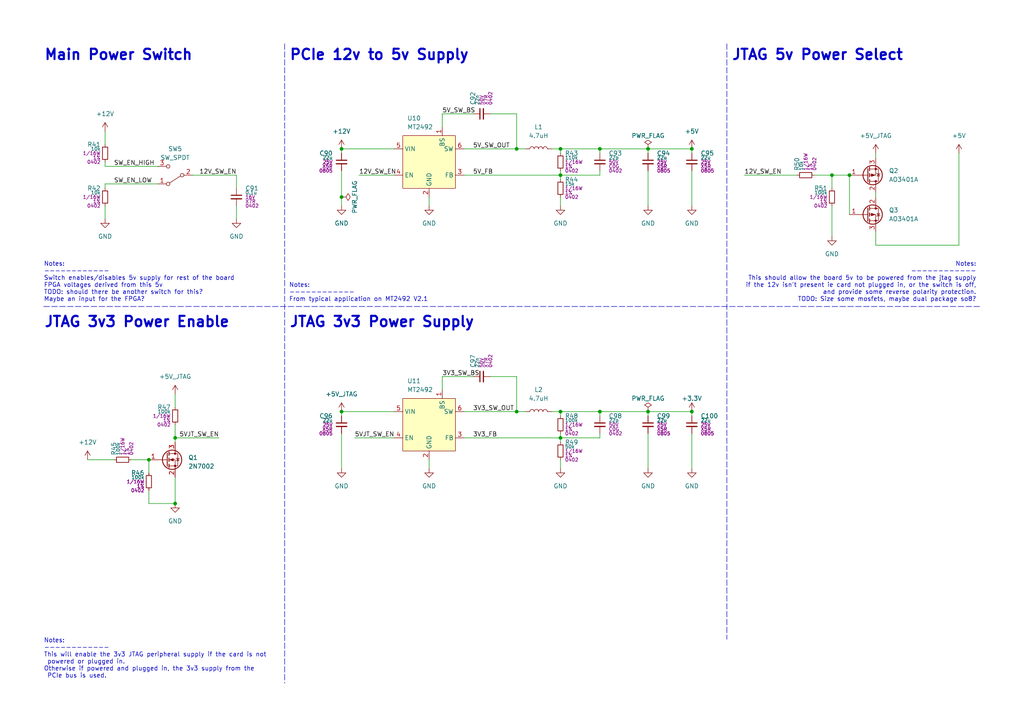
<source format=kicad_sch>
(kicad_sch (version 20230121) (generator eeschema)
  (paper "A4")
  (title_block (title "PCIeDMA") (date "2024-01-01") (rev "1"))
  (lib_symbols
    (symbol "Device:C_Small" (pin_numbers hide) (pin_names (offset 0.254) hide)
      (property "Reference" "C" (at 0.254 1.778 0))
      (property "Value" "C_Small" (at 0.254 -2.032 0))
      (symbol "C_Small_0_1"
        (polyline (pts (xy -1.524 -0.508) (xy 1.524 -0.508)) (stroke (width 0.3302)))
        (polyline (pts (xy -1.524 0.508) (xy 1.524 0.508)) (stroke (width 0.3048)))
      )
      (symbol "C_Small_1_1"
        (pin passive line (at 0 2.54 270) (length 2.032) (name "~") (number "1"))
        (pin passive line (at 0 -2.54 90) (length 2.032) (name "~") (number "2"))
      )
    )
    (symbol "Device:L" (pin_numbers hide) (pin_names (offset 1.016) hide)
      (property "Reference" "L" (at -1.27 0 90))
      (property "Value" "L" (at 1.905 0 90))
      (symbol "L_0_1"
        (arc (start 0 -2.54) (mid 0.6323 -1.905) (end 0 -1.27))
        (arc (start 0 -1.27) (mid 0.6323 -0.635) (end 0 0))
        (arc (start 0 0) (mid 0.6323 0.635) (end 0 1.27))
        (arc (start 0 1.27) (mid 0.6323 1.905) (end 0 2.54))
      )
      (symbol "L_1_1"
        (pin passive line (at 0 3.81 270) (length 1.27) (name "1") (number "1"))
        (pin passive line (at 0 -3.81 90) (length 1.27) (name "2") (number "2"))
      )
    )
    (symbol "Device:Q_PMOS_GDS" (pin_names (offset 0) hide)
      (property "Reference" "Q" (at 5.08 1.27 0))
      (property "Value" "Q_PMOS_GDS" (at 5.08 -1.27 0))
      (symbol "Q_PMOS_GDS_0_1"
        (polyline (pts (xy 0.254 0) (xy -2.54 0)))
        (polyline (pts (xy 0.254 1.905) (xy 0.254 -1.905)) (stroke (width 0.254)))
        (polyline (pts (xy 0.762 -1.27) (xy 0.762 -2.286)) (stroke (width 0.254)))
        (polyline (pts (xy 0.762 0.508) (xy 0.762 -0.508)) (stroke (width 0.254)))
        (polyline (pts (xy 0.762 2.286) (xy 0.762 1.27)) (stroke (width 0.254)))
        (polyline (pts (xy 2.54 2.54) (xy 2.54 1.778)))
        (polyline (pts (xy 2.54 -2.54) (xy 2.54 0) (xy 0.762 0)))
        (polyline (pts (xy 0.762 1.778) (xy 3.302 1.778) (xy 3.302 -1.778) (xy 0.762 -1.778)))
        (polyline (pts (xy 2.286 0) (xy 1.27 0.381) (xy 1.27 -0.381) (xy 2.286 0)) (fill (type outline)))
        (polyline (pts (xy 2.794 -0.508) (xy 2.921 -0.381) (xy 3.683 -0.381) (xy 3.81 -0.254)))
        (polyline (pts (xy 3.302 -0.381) (xy 2.921 0.254) (xy 3.683 0.254) (xy 3.302 -0.381)))
        (circle (center 1.651 0) (radius 2.794) (stroke (width 0.254)))
        (circle (center 2.54 -1.778) (radius 0.254) (fill (type outline)))
        (circle (center 2.54 1.778) (radius 0.254) (fill (type outline)))
      )
      (symbol "Q_PMOS_GDS_1_1"
        (pin input line (at -5.08 0 0) (length 2.54) (name "G") (number "1"))
        (pin passive line (at 2.54 5.08 270) (length 2.54) (name "D") (number "2"))
        (pin passive line (at 2.54 -5.08 90) (length 2.54) (name "S") (number "3"))
      )
    )
    (symbol "Device:R_Small" (pin_numbers hide) (pin_names (offset 0.254) hide)
      (property "Reference" "R" (at 0.762 0.508 0))
      (property "Value" "R_Small" (at 0.762 -1.016 0))
      (symbol "R_Small_0_1"
        (rectangle (start -0.762 1.778) (end 0.762 -1.778) (stroke (width 0.2032)))
      )
      (symbol "R_Small_1_1"
        (pin passive line (at 0 2.54 270) (length 0.762) (name "~") (number "1"))
        (pin passive line (at 0 -2.54 90) (length 0.762) (name "~") (number "2"))
      )
    )
    (symbol "PCIeDMA:+5V_JTAG" (power) (pin_names (offset 0))
      (property "Value" "+5V_JTAG" (at 0 3.556 0))
      (symbol "+5V_JTAG_0_1"
        (polyline (pts (xy -0.762 1.27) (xy 0 2.54)))
        (polyline (pts (xy 0 0) (xy 0 2.54)))
        (polyline (pts (xy 0 2.54) (xy 0.762 1.27)))
      )
      (symbol "+5V_JTAG_1_1"
        (pin power_in line (at 0 0 90) (length 0) hide (name "+5V_JTAG") (number "1"))
      )
    )
    (symbol "PCIeDMA:MT2492"
      (property "Reference" "U" (at 0 2.54 0))
      (property "Value" "MT2492" (at 0 0 0))
      (symbol "MT2492_0_1"
        (rectangle (start -7.62 -8.89) (end 7.62 -24.13) (fill (type background)))
      )
      (symbol "MT2492_1_1"
        (pin input line (at 3.81 -6.35 270) (length 2.54) (name "BS") (number "1"))
        (pin power_in line (at 0 -26.67 90) (length 2.54) (name "GND") (number "2"))
        (pin input line (at 10.16 -20.32 180) (length 2.54) (name "FB") (number "3"))
        (pin input line (at -10.16 -20.32 0) (length 2.54) (name "EN") (number "4"))
        (pin power_in line (at -10.16 -12.7 0) (length 2.54) (name "VIN") (number "5"))
        (pin input line (at 10.16 -12.7 180) (length 2.54) (name "SW") (number "6"))
      )
    )
    (symbol "Switch:SW_SPDT" (pin_names (offset 0) hide)
      (property "Reference" "SW" (at 0 4.318 0))
      (property "Value" "SW_SPDT" (at 0 -5.08 0))
      (symbol "SW_SPDT_0_0"
        (circle (center -2.032 0) (radius 0.508))
        (circle (center 2.032 -2.54) (radius 0.508))
      )
      (symbol "SW_SPDT_0_1"
        (polyline (pts (xy -1.524 0.254) (xy 1.651 2.286)))
        (circle (center 2.032 2.54) (radius 0.508))
      )
      (symbol "SW_SPDT_1_1"
        (pin passive line (at 5.08 2.54 180) (length 2.54) (name "A") (number "1"))
        (pin passive line (at -5.08 0 0) (length 2.54) (name "B") (number "2"))
        (pin passive line (at 5.08 -2.54 180) (length 2.54) (name "C") (number "3"))
      )
    )
    (symbol "Transistor_FET:2N7002" (pin_names hide)
      (property "Reference" "Q" (at 5.08 1.905 0))
      (property "Value" "2N7002" (at 5.08 0 0))
      (symbol "2N7002_0_1"
        (polyline (pts (xy 0.254 0) (xy -2.54 0)))
        (polyline (pts (xy 0.254 1.905) (xy 0.254 -1.905)) (stroke (width 0.254)))
        (polyline (pts (xy 0.762 -1.27) (xy 0.762 -2.286)) (stroke (width 0.254)))
        (polyline (pts (xy 0.762 0.508) (xy 0.762 -0.508)) (stroke (width 0.254)))
        (polyline (pts (xy 0.762 2.286) (xy 0.762 1.27)) (stroke (width 0.254)))
        (polyline (pts (xy 2.54 2.54) (xy 2.54 1.778)))
        (polyline (pts (xy 2.54 -2.54) (xy 2.54 0) (xy 0.762 0)))
        (polyline (pts (xy 0.762 -1.778) (xy 3.302 -1.778) (xy 3.302 1.778) (xy 0.762 1.778)))
        (polyline (pts (xy 1.016 0) (xy 2.032 0.381) (xy 2.032 -0.381) (xy 1.016 0)) (fill (type outline)))
        (polyline (pts (xy 2.794 0.508) (xy 2.921 0.381) (xy 3.683 0.381) (xy 3.81 0.254)))
        (polyline (pts (xy 3.302 0.381) (xy 2.921 -0.254) (xy 3.683 -0.254) (xy 3.302 0.381)))
        (circle (center 1.651 0) (radius 2.794) (stroke (width 0.254)))
        (circle (center 2.54 -1.778) (radius 0.254) (fill (type outline)))
        (circle (center 2.54 1.778) (radius 0.254) (fill (type outline)))
      )
      (symbol "2N7002_1_1"
        (pin input line (at -5.08 0 0) (length 2.54) (name "G") (number "1"))
        (pin passive line (at 2.54 -5.08 90) (length 2.54) (name "S") (number "2"))
        (pin passive line (at 2.54 5.08 270) (length 2.54) (name "D") (number "3"))
      )
    )
    (symbol "power:+12V" (power) (pin_names (offset 0))
      (property "Value" "+12V" (at 0 3.556 0))
      (symbol "+12V_0_1"
        (polyline (pts (xy -0.762 1.27) (xy 0 2.54)))
        (polyline (pts (xy 0 0) (xy 0 2.54)))
        (polyline (pts (xy 0 2.54) (xy 0.762 1.27)))
      )
      (symbol "+12V_1_1"
        (pin power_in line (at 0 0 90) (length 0) hide (name "+12V") (number "1"))
      )
    )
    (symbol "power:+3.3V" (power) (pin_names (offset 0))
      (property "Value" "+3.3V" (at 0 3.556 0))
      (symbol "+3.3V_0_1"
        (polyline (pts (xy -0.762 1.27) (xy 0 2.54)))
        (polyline (pts (xy 0 0) (xy 0 2.54)))
        (polyline (pts (xy 0 2.54) (xy 0.762 1.27)))
      )
      (symbol "+3.3V_1_1"
        (pin power_in line (at 0 0 90) (length 0) hide (name "+3.3V") (number "1"))
      )
    )
    (symbol "power:+5V" (power) (pin_names (offset 0))
      (property "Value" "+5V" (at 0 3.556 0))
      (symbol "+5V_0_1"
        (polyline (pts (xy -0.762 1.27) (xy 0 2.54)))
        (polyline (pts (xy 0 0) (xy 0 2.54)))
        (polyline (pts (xy 0 2.54) (xy 0.762 1.27)))
      )
      (symbol "+5V_1_1"
        (pin power_in line (at 0 0 90) (length 0) hide (name "+5V") (number "1"))
      )
    )
    (symbol "power:GND" (power) (pin_names (offset 0))
      (property "Value" "GND" (at 0 -3.81 0))
      (symbol "GND_0_1"
        (polyline (pts (xy 0 0) (xy 0 -1.27) (xy 1.27 -1.27) (xy 0 -2.54) (xy -1.27 -1.27) (xy 0 -1.27)))
      )
      (symbol "GND_1_1"
        (pin power_in line (at 0 0 270) (length 0) hide (name "GND") (number "1"))
      )
    )
    (symbol "power:PWR_FLAG" (power) (pin_numbers hide) (pin_names (offset 0) hide)
      (property "Value" "PWR_FLAG" (at 0 3.81 0))
      (symbol "PWR_FLAG_0_0"
        (pin power_out line (at 0 0 90) (length 0) (name "pwr") (number "1"))
      )
      (symbol "PWR_FLAG_0_1"
        (polyline (pts (xy 0 0) (xy 0 1.27) (xy -1.016 1.905) (xy 0 2.54) (xy 1.016 1.905) (xy 0 1.27)))
      )
    )
  )
  (junction (at 162.56 119.38))
  (junction (at 173.99 119.38))
  (junction (at 99.06 57.15))
  (junction (at 149.86 43.18))
  (junction (at 187.96 119.38))
  (junction (at 241.3 50.8))
  (junction (at 162.56 43.18))
  (junction (at 246.38 50.8))
  (junction (at 200.66 43.18))
  (junction (at 162.56 50.8))
  (junction (at 162.56 127))
  (junction (at 99.06 119.38))
  (junction (at 50.8 127))
  (junction (at 43.18 133.35))
  (junction (at 200.66 119.38))
  (junction (at 173.99 43.18))
  (junction (at 187.96 43.18))
  (junction (at 50.8 146.05))
  (junction (at 149.86 119.38))
  (junction (at 99.06 43.18))
  (wire (pts (xy 173.99 127) (xy 162.56 127)))
  (wire (pts (xy 187.96 119.38) (xy 200.66 119.38)))
  (polyline (pts (xy 210.82 12.7) (xy 210.82 185.42)) (stroke (width 0) (type dash)))
  (wire (pts (xy 254 71.12) (xy 254 67.31)))
  (wire (pts (xy 200.66 43.18) (xy 200.66 44.45)))
  (wire (pts (xy 30.48 48.26) (xy 30.48 46.99)))
  (wire (pts (xy 173.99 119.38) (xy 173.99 120.65)))
  (wire (pts (xy 241.3 50.8) (xy 241.3 54.61)))
  (wire (pts (xy 187.96 49.53) (xy 187.96 59.69)))
  (wire (pts (xy 254 71.12) (xy 278.13 71.12)))
  (wire (pts (xy 173.99 125.73) (xy 173.99 127)))
  (polyline (pts (xy 82.55 12.7) (xy 82.55 198.12)) (stroke (width 0) (type dash)))
  (wire (pts (xy 142.24 33.02) (xy 149.86 33.02)))
  (wire (pts (xy 102.87 127) (xy 114.3 127)))
  (wire (pts (xy 142.24 109.22) (xy 149.86 109.22)))
  (wire (pts (xy 246.38 50.8) (xy 246.38 62.23)))
  (wire (pts (xy 254 57.15) (xy 254 55.88)))
  (wire (pts (xy 187.96 125.73) (xy 187.96 135.89)))
  (wire (pts (xy 200.66 125.73) (xy 200.66 135.89)))
  (wire (pts (xy 25.4 133.35) (xy 33.02 133.35)))
  (wire (pts (xy 50.8 114.3) (xy 50.8 118.11)))
  (wire (pts (xy 162.56 127) (xy 162.56 128.27)))
  (wire (pts (xy 149.86 43.18) (xy 152.4 43.18)))
  (wire (pts (xy 30.48 59.69) (xy 30.48 63.5)))
  (wire (pts (xy 99.06 43.18) (xy 114.3 43.18)))
  (wire (pts (xy 50.8 138.43) (xy 50.8 146.05)))
  (wire (pts (xy 278.13 44.45) (xy 278.13 71.12)))
  (wire (pts (xy 162.56 119.38) (xy 162.56 120.65)))
  (wire (pts (xy 149.86 33.02) (xy 149.86 43.18)))
  (wire (pts (xy 241.3 59.69) (xy 241.3 68.58)))
  (wire (pts (xy 162.56 43.18) (xy 162.56 44.45)))
  (wire (pts (xy 162.56 49.53) (xy 162.56 50.8)))
  (wire (pts (xy 99.06 43.18) (xy 99.06 44.45)))
  (wire (pts (xy 162.56 133.35) (xy 162.56 135.89)))
  (wire (pts (xy 162.56 43.18) (xy 173.99 43.18)))
  (wire (pts (xy 173.99 50.8) (xy 162.56 50.8)))
  (wire (pts (xy 68.58 59.69) (xy 68.58 63.5)))
  (wire (pts (xy 241.3 50.8) (xy 246.38 50.8)))
  (wire (pts (xy 149.86 109.22) (xy 149.86 119.38)))
  (wire (pts (xy 99.06 125.73) (xy 99.06 135.89)))
  (wire (pts (xy 38.1 133.35) (xy 43.18 133.35)))
  (wire (pts (xy 162.56 125.73) (xy 162.56 127)))
  (wire (pts (xy 162.56 119.38) (xy 173.99 119.38)))
  (wire (pts (xy 128.27 33.02) (xy 137.16 33.02)))
  (wire (pts (xy 114.3 50.8) (xy 104.14 50.8)))
  (wire (pts (xy 187.96 119.38) (xy 187.96 120.65)))
  (wire (pts (xy 187.96 43.18) (xy 200.66 43.18)))
  (wire (pts (xy 128.27 36.83) (xy 128.27 33.02)))
  (wire (pts (xy 162.56 57.15) (xy 162.56 59.69)))
  (wire (pts (xy 30.48 53.34) (xy 30.48 54.61)))
  (wire (pts (xy 45.72 48.26) (xy 30.48 48.26)))
  (wire (pts (xy 173.99 49.53) (xy 173.99 50.8)))
  (wire (pts (xy 254 44.45) (xy 254 45.72)))
  (wire (pts (xy 134.62 43.18) (xy 149.86 43.18)))
  (wire (pts (xy 187.96 43.18) (xy 187.96 44.45)))
  (wire (pts (xy 160.02 43.18) (xy 162.56 43.18)))
  (wire (pts (xy 134.62 127) (xy 162.56 127)))
  (wire (pts (xy 99.06 57.15) (xy 99.06 59.69)))
  (wire (pts (xy 173.99 43.18) (xy 187.96 43.18)))
  (wire (pts (xy 162.56 50.8) (xy 162.56 52.07)))
  (wire (pts (xy 215.9 50.8) (xy 231.14 50.8)))
  (wire (pts (xy 173.99 43.18) (xy 173.99 44.45)))
  (wire (pts (xy 160.02 119.38) (xy 162.56 119.38)))
  (wire (pts (xy 63.5 127) (xy 50.8 127)))
  (wire (pts (xy 128.27 113.03) (xy 128.27 109.22)))
  (wire (pts (xy 99.06 119.38) (xy 99.06 120.65)))
  (wire (pts (xy 173.99 119.38) (xy 187.96 119.38)))
  (wire (pts (xy 50.8 123.19) (xy 50.8 127)))
  (wire (pts (xy 134.62 50.8) (xy 162.56 50.8)))
  (wire (pts (xy 99.06 119.38) (xy 114.3 119.38)))
  (wire (pts (xy 128.27 109.22) (xy 137.16 109.22)))
  (wire (pts (xy 124.46 133.35) (xy 124.46 135.89)))
  (wire (pts (xy 68.58 50.8) (xy 55.88 50.8)))
  (wire (pts (xy 149.86 119.38) (xy 152.4 119.38)))
  (wire (pts (xy 99.06 49.53) (xy 99.06 57.15)))
  (wire (pts (xy 30.48 38.1) (xy 30.48 41.91)))
  (wire (pts (xy 45.72 53.34) (xy 30.48 53.34)))
  (wire (pts (xy 200.66 119.38) (xy 200.66 120.65)))
  (wire (pts (xy 43.18 146.05) (xy 50.8 146.05)))
  (wire (pts (xy 134.62 119.38) (xy 149.86 119.38)))
  (wire (pts (xy 124.46 57.15) (xy 124.46 59.69)))
  (wire (pts (xy 50.8 127) (xy 50.8 128.27)))
  (wire (pts (xy 43.18 142.24) (xy 43.18 146.05)))
  (wire (pts (xy 236.22 50.8) (xy 241.3 50.8)))
  (wire (pts (xy 43.18 133.35) (xy 43.18 137.16)))
  (polyline (pts (xy 12.7 88.9) (xy 284.48 88.9)) (stroke (width 0) (type dash)))
  (wire (pts (xy 200.66 49.53) (xy 200.66 59.69)))
  (wire (pts (xy 68.58 50.8) (xy 68.58 54.61)))
  (text "Notes:\n------------\nFrom typical application on MT2492 V2.1" (at 83.82 87.63 0) (effects (font (size 1.27 1.27)) (justify left bottom)))
  (text "Notes:\n------------\nSwitch enables/disables 5v supply for rest of the board\nFPGA voltages derived from this 5v\nTODO: should there be another switch for this?\nMaybe an input for the FPGA?" (at 12.7 87.63 0) (effects (font (size 1.27 1.27)) (justify left bottom)))
  (text "JTAG 5v Power Select" (at 212.09 17.78 0) (effects (font (size 3 3) (thickness 0.6) bold) (justify left bottom)))
  (text "PCIe 12v to 5v Supply" (at 83.82 17.78 0) (effects (font (size 3 3) (thickness 0.6) bold) (justify left bottom)))
  (text "JTAG 3v3 Power Enable" (at 12.7 95.25 0) (effects (font (size 3 3) (thickness 0.6) bold) (justify left bottom)))
  (text "Notes:\n------------\nThis will enable the 3v3 JTAG peripheral supply if the card is not\n powered or plugged in.\nOtherwise if powered and plugged in, the 3v3 supply from the\n PCIe bus is used." (at 12.7 196.85 0) (effects (font (size 1.27 1.27)) (justify left bottom)))
  (text "Notes:\n------------\nThis should allow the board 5v to be powered from the jtag supply\nif the 12v isn't present ie card not plugged in, or the switch is off,\nand provide some reverse polarity protection.\nTODO: Size some mosfets, maybe dual package so8?" (at 283.21 87.63 0) (effects (font (size 1.27 1.27)) (justify right bottom)))
  (text "Main Power Switch" (at 12.7 17.78 0) (effects (font (size 3 3) (thickness 0.6) bold) (justify left bottom)))
  (text "JTAG 3v3 Power Supply" (at 83.82 95.25 0) (effects (font (size 3 3) (thickness 0.6) bold) (justify left bottom)))
  (label "12V_SW_EN" (at 104.14 50.8 0))
  (label "12V_SW_EN" (at 215.9 50.8 0))
  (label "5V_FB" (at 137.16 50.8 0))
  (label "12V_SW_EN" (at 68.58 50.8 180))
  (label "5VJT_SW_EN" (at 102.87 127 0))
  (label "5V_SW_OUT" (at 137.16 43.18 0))
  (label "5VJT_SW_EN" (at 63.5 127 180))
  (label "SW_EN_HIGH" (at 33.02 48.26 0))
  (label "5V_SW_BS" (at 128.27 33.02 0))
  (label "SW_EN_LOW" (at 33.02 53.34 0))
  (label "3V3_SW_BS" (at 128.27 109.22 0))
  (label "3V3_FB" (at 137.16 127 0))
  (label "3V3_SW_OUT" (at 137.16 119.38 0))
  (symbol (lib_id "PCIeDMA:+5V_JTAG") (at 99.06 119.38 0) (unit 1)
    (property "Reference" "#PWR0109" (effects hide))
    (property "Value" "+5V_JTAG" (at 99.06 114.3 0))
  )
  (symbol (lib_id "Device:R_Small") (at 162.56 123.19 0) (unit 1)
    (property "Reference" "R48" (at 163.83 120.65 0) (effects (justify left)))
    (property "Value" "100k" (at 163.83 121.92 0) (effects (font (size 1 1)) (justify left)))
    (property "Footprint" "Resistor_SMD:R_0402_1005Metric" (effects hide))
    (property "Rating" "1/16W" (at 163.83 123.19 0) (effects (font (size 1 1)) (justify left)))
    (property "Tolerance" "1%" (at 163.83 124.46 0) (effects (font (size 1 1)) (justify left)))
    (property "Size" "0402" (at 163.83 125.73 0) (effects (font (size 1 1)) (justify left)))
  )
  (symbol (lib_id "Device:C_Small") (at 200.66 46.99 0) (unit 1)
    (property "Reference" "C95" (at 203.2 44.45 0) (effects (justify left)))
    (property "Value" "22u" (at 203.2 45.72 0) (effects (font (size 1 1)) (justify left)))
    (property "Footprint" "Capacitor_SMD:C_0805_2012Metric" (effects hide))
    (property "Rating" "25V" (at 203.2 46.99 0) (effects (font (size 1 1)) (justify left)))
    (property "Class" "X5R" (at 203.2 48.26 0) (effects (font (size 1 1)) (justify left)))
    (property "Size" "0805" (at 203.2 49.53 0) (effects (font (size 1 1)) (justify left)))
  )
  (symbol (lib_id "PCIeDMA:MT2492") (at 124.46 106.68 0) (unit 1)
    (property "Reference" "U11" (at 118.11 110.49 0) (effects (justify left)))
    (property "Value" "MT2492" (at 118.11 113.03 0) (effects (justify left)))
    (property "Footprint" "Package_TO_SOT_SMD:SOT-23-6" (effects hide))
  )
  (symbol (lib_id "Device:C_Small") (at 139.7 33.02 90) (unit 1)
    (property "Reference" "C92" (at 137.16 30.48 0) (effects (justify left)))
    (property "Value" "22n" (at 138.43 30.48 0) (effects (font (size 1 1)) (justify left)))
    (property "Footprint" "Capacitor_SMD:C_0402_1005Metric" (effects hide))
    (property "Rating" "50V" (at 139.7 30.48 0) (effects (font (size 1 1)) (justify left)))
    (property "Class" "X7R" (at 140.97 30.48 0) (effects (font (size 1 1)) (justify left)))
    (property "Size" "0402" (at 142.24 30.48 0) (effects (font (size 1 1)) (justify left)))
  )
  (symbol (lib_id "Device:L") (at 156.21 43.18 90) (unit 1)
    (property "Reference" "L1" (at 156.21 36.83 90))
    (property "Value" "4.7uH" (at 156.21 39.37 90))
    (property "Footprint" "Inductor_SMD:L_Vishay_IHLP-2020" (effects hide))
  )
  (symbol (lib_id "Device:R_Small") (at 162.56 46.99 0) (unit 1)
    (property "Reference" "R43" (at 163.83 44.45 0) (effects (justify left)))
    (property "Value" "110k" (at 163.83 45.72 0) (effects (font (size 1 1)) (justify left)))
    (property "Footprint" "Resistor_SMD:R_0402_1005Metric" (effects hide))
    (property "Rating" "1/16W" (at 163.83 46.99 0) (effects (font (size 1 1)) (justify left)))
    (property "Tolerance" "1%" (at 163.83 48.26 0) (effects (font (size 1 1)) (justify left)))
    (property "Size" "0402" (at 163.83 49.53 0) (effects (font (size 1 1)) (justify left)))
  )
  (symbol (lib_id "Device:C_Small") (at 200.66 123.19 0) (unit 1)
    (property "Reference" "C100" (at 203.2 120.65 0) (effects (justify left)))
    (property "Value" "22u" (at 203.2 121.92 0) (effects (font (size 1 1)) (justify left)))
    (property "Footprint" "Capacitor_SMD:C_0805_2012Metric" (effects hide))
    (property "Rating" "25V" (at 203.2 123.19 0) (effects (font (size 1 1)) (justify left)))
    (property "Class" "X5R" (at 203.2 124.46 0) (effects (font (size 1 1)) (justify left)))
    (property "Size" "0805" (at 203.2 125.73 0) (effects (font (size 1 1)) (justify left)))
  )
  (symbol (lib_id "power:+5V") (at 200.66 43.18 0) (unit 1)
    (property "Reference" "#PWR0107" (effects hide))
    (property "Value" "+5V" (at 200.66 38.1 0))
  )
  (symbol (lib_id "power:GND") (at 200.66 135.89 0) (unit 1)
    (property "Reference" "#PWR0121" (effects hide))
    (property "Value" "GND" (at 200.66 140.97 0))
  )
  (symbol (lib_id "power:GND") (at 30.48 63.5 0) (unit 1)
    (property "Reference" "#PWR0102" (effects hide))
    (property "Value" "GND" (at 30.48 68.58 0))
  )
  (symbol (lib_id "Device:C_Small") (at 187.96 123.19 0) (unit 1)
    (property "Reference" "C99" (at 190.5 120.65 0) (effects (justify left)))
    (property "Value" "22u" (at 190.5 121.92 0) (effects (font (size 1 1)) (justify left)))
    (property "Footprint" "Capacitor_SMD:C_0805_2012Metric" (effects hide))
    (property "Rating" "25V" (at 190.5 123.19 0) (effects (font (size 1 1)) (justify left)))
    (property "Class" "X5R" (at 190.5 124.46 0) (effects (font (size 1 1)) (justify left)))
    (property "Size" "0805" (at 190.5 125.73 0) (effects (font (size 1 1)) (justify left)))
  )
  (symbol (lib_id "power:GND") (at 50.8 146.05 0) (unit 1)
    (property "Reference" "#PWR0114" (effects hide))
    (property "Value" "GND" (at 50.8 151.13 0))
  )
  (symbol (lib_id "power:GND") (at 99.06 135.89 0) (unit 1)
    (property "Reference" "#PWR0110" (effects hide))
    (property "Value" "GND" (at 99.06 140.97 0))
  )
  (symbol (lib_id "Device:R_Small") (at 50.8 120.65 0) (mirror y) (unit 1)
    (property "Reference" "R47" (at 49.53 118.11 0) (effects (justify left)))
    (property "Value" "100k" (at 49.53 119.38 0) (effects (font (size 1 1)) (justify left)))
    (property "Footprint" "Resistor_SMD:R_0402_1005Metric" (effects hide))
    (property "Rating" "1/16W" (at 49.53 120.65 0) (effects (font (size 1 1)) (justify left)))
    (property "Tolerance" "1%" (at 49.53 121.92 0) (effects (font (size 1 1)) (justify left)))
    (property "Size" "0402" (at 49.53 123.19 0) (effects (font (size 1 1)) (justify left)))
  )
  (symbol (lib_id "Device:C_Small") (at 173.99 46.99 0) (unit 1)
    (property "Reference" "C93" (at 176.53 44.45 0) (effects (justify left)))
    (property "Value" "22p" (at 176.53 45.72 0) (effects (font (size 1 1)) (justify left)))
    (property "Footprint" "Capacitor_SMD:C_0402_1005Metric" (effects hide))
    (property "Rating" "50V" (at 176.53 46.99 0) (effects (font (size 1 1)) (justify left)))
    (property "Class" "C0G" (at 176.53 48.26 0) (effects (font (size 1 1)) (justify left)))
    (property "Size" "0402" (at 176.53 49.53 0) (effects (font (size 1 1)) (justify left)))
  )
  (symbol (lib_id "power:GND") (at 162.56 59.69 0) (unit 1)
    (property "Reference" "#PWR0105" (effects hide))
    (property "Value" "GND" (at 162.56 64.77 0))
  )
  (symbol (lib_id "Device:Q_PMOS_GDS") (at 251.46 62.23 0) (unit 1)
    (property "Reference" "Q3" (at 257.81 60.96 0) (effects (justify left)))
    (property "Value" "AO3401A" (at 257.81 63.5 0) (effects (justify left)))
    (property "Footprint" "Package_TO_SOT_SMD:SOT-23" (effects hide))
  )
  (symbol (lib_id "Device:C_Small") (at 173.99 123.19 0) (unit 1)
    (property "Reference" "C98" (at 176.53 120.65 0) (effects (justify left)))
    (property "Value" "22p" (at 176.53 121.92 0) (effects (font (size 1 1)) (justify left)))
    (property "Footprint" "Capacitor_SMD:C_0402_1005Metric" (effects hide))
    (property "Rating" "50V" (at 176.53 123.19 0) (effects (font (size 1 1)) (justify left)))
    (property "Class" "C0G" (at 176.53 124.46 0) (effects (font (size 1 1)) (justify left)))
    (property "Size" "0402" (at 176.53 125.73 0) (effects (font (size 1 1)) (justify left)))
  )
  (symbol (lib_id "Device:R_Small") (at 30.48 57.15 0) (mirror y) (unit 1)
    (property "Reference" "R42" (at 29.21 54.61 0) (effects (justify left)))
    (property "Value" "10k" (at 29.21 55.88 0) (effects (font (size 1 1)) (justify left)))
    (property "Footprint" "Resistor_SMD:R_0402_1005Metric" (effects hide))
    (property "Rating" "1/16W" (at 29.21 57.15 0) (effects (font (size 1 1)) (justify left)))
    (property "Tolerance" "1%" (at 29.21 58.42 0) (effects (font (size 1 1)) (justify left)))
    (property "Size" "0402" (at 29.21 59.69 0) (effects (font (size 1 1)) (justify left)))
  )
  (symbol (lib_id "Device:C_Small") (at 99.06 46.99 0) (mirror y) (unit 1)
    (property "Reference" "C90" (at 96.52 44.45 0) (effects (justify left)))
    (property "Value" "22u" (at 96.52 45.72 0) (effects (font (size 1 1)) (justify left)))
    (property "Footprint" "Capacitor_SMD:C_0805_2012Metric" (effects hide))
    (property "Rating" "25V" (at 96.52 46.99 0) (effects (font (size 1 1)) (justify left)))
    (property "Class" "X5R" (at 96.52 48.26 0) (effects (font (size 1 1)) (justify left)))
    (property "Size" "0805" (at 96.52 49.53 0) (effects (font (size 1 1)) (justify left)))
  )
  (symbol (lib_id "Device:C_Small") (at 139.7 109.22 90) (unit 1)
    (property "Reference" "C97" (at 137.16 106.68 0) (effects (justify left)))
    (property "Value" "22n" (at 138.43 106.68 0) (effects (font (size 1 1)) (justify left)))
    (property "Footprint" "Capacitor_SMD:C_0402_1005Metric" (effects hide))
    (property "Rating" "50V" (at 139.7 106.68 0) (effects (font (size 1 1)) (justify left)))
    (property "Class" "X7R" (at 140.97 106.68 0) (effects (font (size 1 1)) (justify left)))
    (property "Size" "0402" (at 142.24 106.68 0) (effects (font (size 1 1)) (justify left)))
  )
  (symbol (lib_id "PCIeDMA:+5V_JTAG") (at 50.8 114.3 0) (unit 1)
    (property "Reference" "#PWR0113" (effects hide))
    (property "Value" "+5V_JTAG" (at 50.8 109.22 0))
  )
  (symbol (lib_id "Device:R_Small") (at 30.48 44.45 0) (mirror y) (unit 1)
    (property "Reference" "R41" (at 29.21 41.91 0) (effects (justify left)))
    (property "Value" "10k" (at 29.21 43.18 0) (effects (font (size 1 1)) (justify left)))
    (property "Footprint" "Resistor_SMD:R_0402_1005Metric" (effects hide))
    (property "Rating" "1/16W" (at 29.21 44.45 0) (effects (font (size 1 1)) (justify left)))
    (property "Tolerance" "1%" (at 29.21 45.72 0) (effects (font (size 1 1)) (justify left)))
    (property "Size" "0402" (at 29.21 46.99 0) (effects (font (size 1 1)) (justify left)))
  )
  (symbol (lib_id "power:GND") (at 200.66 59.69 0) (unit 1)
    (property "Reference" "#PWR0108" (effects hide))
    (property "Value" "GND" (at 200.66 64.77 0))
  )
  (symbol (lib_id "Device:C_Small") (at 187.96 46.99 0) (unit 1)
    (property "Reference" "C94" (at 190.5 44.45 0) (effects (justify left)))
    (property "Value" "22u" (at 190.5 45.72 0) (effects (font (size 1 1)) (justify left)))
    (property "Footprint" "Capacitor_SMD:C_0805_2012Metric" (effects hide))
    (property "Rating" "25V" (at 190.5 46.99 0) (effects (font (size 1 1)) (justify left)))
    (property "Class" "X5R" (at 190.5 48.26 0) (effects (font (size 1 1)) (justify left)))
    (property "Size" "0805" (at 190.5 49.53 0) (effects (font (size 1 1)) (justify left)))
  )
  (symbol (lib_id "power:+3.3V") (at 200.66 119.38 0) (unit 1)
    (property "Reference" "#PWR0120" (effects hide))
    (property "Value" "+3.3V" (at 200.66 115.57 0))
  )
  (symbol (lib_id "power:GND") (at 162.56 135.89 0) (unit 1)
    (property "Reference" "#PWR0116" (effects hide))
    (property "Value" "GND" (at 162.56 140.97 0))
  )
  (symbol (lib_id "power:+5V") (at 278.13 44.45 0) (unit 1)
    (property "Reference" "#PWR0115" (effects hide))
    (property "Value" "+5V" (at 278.13 39.37 0))
  )
  (symbol (lib_id "Device:L") (at 156.21 119.38 90) (unit 1)
    (property "Reference" "L2" (at 156.21 113.03 90))
    (property "Value" "4.7uH" (at 156.21 115.57 90))
    (property "Footprint" "Inductor_SMD:L_Vishay_IHLP-2020" (effects hide))
  )
  (symbol (lib_id "Device:Q_PMOS_GDS") (at 251.46 50.8 0) (mirror x) (unit 1)
    (property "Reference" "Q2" (at 257.81 49.53 0) (effects (justify left)))
    (property "Value" "AO3401A" (at 257.81 52.07 0) (effects (justify left)))
    (property "Footprint" "Package_TO_SOT_SMD:SOT-23" (effects hide))
  )
  (symbol (lib_id "power:PWR_FLAG") (at 99.06 57.15 270) (unit 1)
    (property "Reference" "#FLG06" (effects hide))
    (property "Value" "PWR_FLAG" (at 102.87 57.15 0))
  )
  (symbol (lib_id "power:PWR_FLAG") (at 187.96 119.38 0) (unit 1)
    (property "Reference" "#FLG08" (effects hide))
    (property "Value" "PWR_FLAG" (at 187.96 115.57 0))
  )
  (symbol (lib_id "Device:R_Small") (at 241.3 57.15 0) (mirror y) (unit 1)
    (property "Reference" "R51" (at 240.03 54.61 0) (effects (justify left)))
    (property "Value" "100k" (at 240.03 55.88 0) (effects (font (size 1 1)) (justify left)))
    (property "Footprint" "Resistor_SMD:R_0402_1005Metric" (effects hide))
    (property "Rating" "1/16W" (at 240.03 57.15 0) (effects (font (size 1 1)) (justify left)))
    (property "Tolerance" "1%" (at 240.03 58.42 0) (effects (font (size 1 1)) (justify left)))
    (property "Size" "0402" (at 240.03 59.69 0) (effects (font (size 1 1)) (justify left)))
  )
  (symbol (lib_id "PCIeDMA:+5V_JTAG") (at 254 44.45 0) (unit 1)
    (property "Reference" "#PWR0118" (effects hide))
    (property "Value" "+5V_JTAG" (at 254 39.37 0))
  )
  (symbol (lib_id "Transistor_FET:2N7002") (at 48.26 133.35 0) (unit 1)
    (property "Reference" "Q1" (at 54.61 132.715 0) (effects (justify left)))
    (property "Value" "2N7002" (at 54.61 135.255 0) (effects (justify left)))
    (property "Footprint" "Package_TO_SOT_SMD:SOT-23" (effects hide))
    (property "Datasheet" "https://www.onsemi.com/pub/Collateral/NDS7002A-D.PDF" (effects hide))
  )
  (symbol (lib_id "power:GND") (at 241.3 68.58 0) (unit 1)
    (property "Reference" "#PWR0117" (effects hide))
    (property "Value" "GND" (at 241.3 73.66 0))
  )
  (symbol (lib_id "Device:R_Small") (at 35.56 133.35 90) (unit 1)
    (property "Reference" "R45" (at 33.02 132.08 0) (effects (justify left)))
    (property "Value" "100k" (at 34.29 132.08 0) (effects (font (size 1 1)) (justify left)))
    (property "Footprint" "Resistor_SMD:R_0402_1005Metric" (effects hide))
    (property "Rating" "1/16W" (at 35.56 132.08 0) (effects (font (size 1 1)) (justify left)))
    (property "Tolerance" "1%" (at 36.83 132.08 0) (effects (font (size 1 1)) (justify left)))
    (property "Size" "0402" (at 38.1 132.08 0) (effects (font (size 1 1)) (justify left)))
  )
  (symbol (lib_id "power:+12V") (at 25.4 133.35 0) (unit 1)
    (property "Reference" "#PWR0112" (effects hide))
    (property "Value" "+12V" (at 25.4 128.27 0))
  )
  (symbol (lib_id "Device:R_Small") (at 162.56 130.81 0) (unit 1)
    (property "Reference" "R49" (at 163.83 128.27 0) (effects (justify left)))
    (property "Value" "50k" (at 163.83 129.54 0) (effects (font (size 1 1)) (justify left)))
    (property "Footprint" "Resistor_SMD:R_0402_1005Metric" (effects hide))
    (property "Rating" "1/16W" (at 163.83 130.81 0) (effects (font (size 1 1)) (justify left)))
    (property "Tolerance" "1%" (at 163.83 132.08 0) (effects (font (size 1 1)) (justify left)))
    (property "Size" "0402" (at 163.83 133.35 0) (effects (font (size 1 1)) (justify left)))
  )
  (symbol (lib_id "power:+12V") (at 99.06 43.18 0) (unit 1)
    (property "Reference" "#PWR099" (effects hide))
    (property "Value" "+12V" (at 99.06 38.1 0))
  )
  (symbol (lib_id "Switch:SW_SPDT") (at 50.8 50.8 180) (unit 1)
    (property "Reference" "SW5" (at 50.8 43.18 0))
    (property "Value" "SW_SPDT" (at 50.8 45.72 0))
    (property "Footprint" "PCIeDMA:ST-0-102-C03-N003-RS" (effects hide))
  )
  (symbol (lib_id "Device:R_Small") (at 233.68 50.8 90) (unit 1)
    (property "Reference" "R50" (at 231.14 49.53 0) (effects (justify left)))
    (property "Value" "10k" (at 232.41 49.53 0) (effects (font (size 1 1)) (justify left)))
    (property "Footprint" "Resistor_SMD:R_0402_1005Metric" (effects hide))
    (property "Rating" "1/16W" (at 233.68 49.53 0) (effects (font (size 1 1)) (justify left)))
    (property "Tolerance" "1%" (at 234.95 49.53 0) (effects (font (size 1 1)) (justify left)))
    (property "Size" "0402" (at 236.22 49.53 0) (effects (font (size 1 1)) (justify left)))
  )
  (symbol (lib_id "power:GND") (at 124.46 135.89 0) (unit 1)
    (property "Reference" "#PWR0111" (effects hide))
    (property "Value" "GND" (at 124.46 140.97 0))
  )
  (symbol (lib_id "power:GND") (at 68.58 63.5 0) (unit 1)
    (property "Reference" "#PWR0104" (effects hide))
    (property "Value" "GND" (at 68.58 68.58 0))
  )
  (symbol (lib_id "Device:R_Small") (at 162.56 54.61 0) (unit 1)
    (property "Reference" "R44" (at 163.83 52.07 0) (effects (justify left)))
    (property "Value" "15k" (at 163.83 53.34 0) (effects (font (size 1 1)) (justify left)))
    (property "Footprint" "Resistor_SMD:R_0402_1005Metric" (effects hide))
    (property "Rating" "1/16W" (at 163.83 54.61 0) (effects (font (size 1 1)) (justify left)))
    (property "Tolerance" "1%" (at 163.83 55.88 0) (effects (font (size 1 1)) (justify left)))
    (property "Size" "0402" (at 163.83 57.15 0) (effects (font (size 1 1)) (justify left)))
  )
  (symbol (lib_id "power:GND") (at 99.06 59.69 0) (unit 1)
    (property "Reference" "#PWR0100" (effects hide))
    (property "Value" "GND" (at 99.06 64.77 0))
  )
  (symbol (lib_id "PCIeDMA:MT2492") (at 124.46 30.48 0) (unit 1)
    (property "Reference" "U10" (at 118.11 34.29 0) (effects (justify left)))
    (property "Value" "MT2492" (at 118.11 36.83 0) (effects (justify left)))
    (property "Footprint" "Package_TO_SOT_SMD:SOT-23-6" (effects hide))
  )
  (symbol (lib_id "power:GND") (at 187.96 59.69 0) (unit 1)
    (property "Reference" "#PWR0106" (effects hide))
    (property "Value" "GND" (at 187.96 64.77 0))
  )
  (symbol (lib_id "power:PWR_FLAG") (at 187.96 43.18 0) (unit 1)
    (property "Reference" "#FLG07" (effects hide))
    (property "Value" "PWR_FLAG" (at 187.96 39.37 0))
  )
  (symbol (lib_id "power:GND") (at 124.46 59.69 0) (unit 1)
    (property "Reference" "#PWR0103" (effects hide))
    (property "Value" "GND" (at 124.46 64.77 0))
  )
  (symbol (lib_id "power:+12V") (at 30.48 38.1 0) (unit 1)
    (property "Reference" "#PWR0101" (effects hide))
    (property "Value" "+12V" (at 30.48 33.02 0))
  )
  (symbol (lib_id "Device:C_Small") (at 68.58 57.15 0) (unit 1)
    (property "Reference" "C91" (at 71.12 54.61 0) (effects (justify left)))
    (property "Value" "0.1u" (at 71.12 55.88 0) (effects (font (size 1 1)) (justify left)))
    (property "Footprint" "Capacitor_SMD:C_0402_1005Metric" (effects hide))
    (property "Rating" "16V" (at 71.12 57.15 0) (effects (font (size 1 1)) (justify left)))
    (property "Class" "X7R" (at 71.12 58.42 0) (effects (font (size 1 1)) (justify left)))
    (property "Size" "0402" (at 71.12 59.69 0) (effects (font (size 1 1)) (justify left)))
  )
  (symbol (lib_id "Device:R_Small") (at 43.18 139.7 0) (mirror y) (unit 1)
    (property "Reference" "R46" (at 41.91 137.16 0) (effects (justify left)))
    (property "Value" "100k" (at 41.91 138.43 0) (effects (font (size 1 1)) (justify left)))
    (property "Footprint" "Resistor_SMD:R_0402_1005Metric" (effects hide))
    (property "Rating" "1/16W" (at 41.91 139.7 0) (effects (font (size 1 1)) (justify left)))
    (property "Tolerance" "1%" (at 41.91 140.97 0) (effects (font (size 1 1)) (justify left)))
    (property "Size" "0402" (at 41.91 142.24 0) (effects (font (size 1 1)) (justify left)))
  )
  (symbol (lib_id "power:GND") (at 187.96 135.89 0) (unit 1)
    (property "Reference" "#PWR0119" (effects hide))
    (property "Value" "GND" (at 187.96 140.97 0))
  )
  (symbol (lib_id "Device:C_Small") (at 99.06 123.19 0) (mirror y) (unit 1)
    (property "Reference" "C96" (at 96.52 120.65 0) (effects (justify left)))
    (property "Value" "22u" (at 96.52 121.92 0) (effects (font (size 1 1)) (justify left)))
    (property "Footprint" "Capacitor_SMD:C_0805_2012Metric" (effects hide))
    (property "Rating" "25V" (at 96.52 123.19 0) (effects (font (size 1 1)) (justify left)))
    (property "Class" "X5R" (at 96.52 124.46 0) (effects (font (size 1 1)) (justify left)))
    (property "Size" "0805" (at 96.52 125.73 0) (effects (font (size 1 1)) (justify left)))
  )
)
</source>
